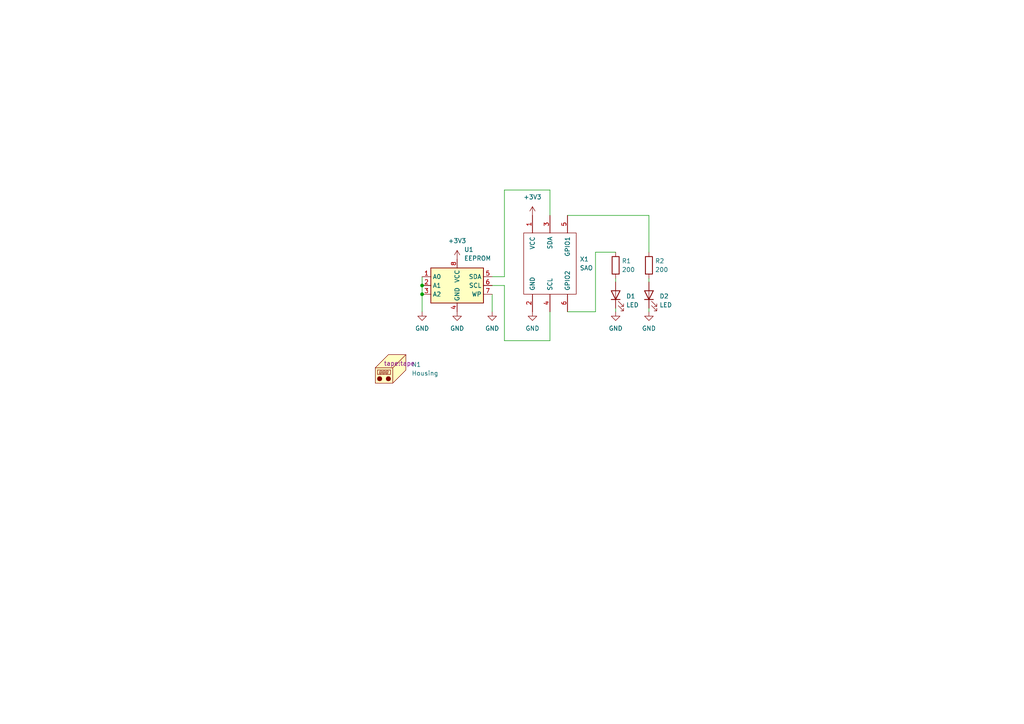
<source format=kicad_sch>
(kicad_sch (version 20211123) (generator eeschema)
  (paper "A4")
  (lib_symbols
    (symbol "Device:LED" (pin_numbers hide) (pin_names (offset 1.016) hide)
      (property "Reference" "D" (at 0 2.54 0))
      (property "Value" "LED" (at 0 -2.54 0))
      (symbol "LED_0_1"
        (polyline (pts (xy -1.27 -1.27) (xy -1.27 1.27)) (stroke (width 0.254)))
        (polyline (pts (xy -1.27 0) (xy 1.27 0)))
        (polyline (pts (xy 1.27 -1.27) (xy 1.27 1.27) (xy -1.27 0) (xy 1.27 -1.27)) (stroke (width 0.254)))
        (polyline (pts (xy -3.048 -0.762) (xy -4.572 -2.286) (xy -3.81 -2.286) (xy -4.572 -2.286) (xy -4.572 -1.524)))
        (polyline (pts (xy -1.778 -0.762) (xy -3.302 -2.286) (xy -2.54 -2.286) (xy -3.302 -2.286) (xy -3.302 -1.524)))
      )
      (symbol "LED_1_1"
        (pin passive line (at -3.81 0 0) (length 2.54) (name "K") (number "1"))
        (pin passive line (at 3.81 0 180) (length 2.54) (name "A") (number "2"))
      )
    )
    (symbol "Device:R" (pin_numbers hide) (pin_names (offset 0))
      (property "Reference" "R" (at 2.032 0 90))
      (property "Value" "R" (at 0 0 90))
      (symbol "R_0_1"
        (rectangle (start -1.016 -2.54) (end 1.016 2.54) (stroke (width 0.254)))
      )
      (symbol "R_1_1"
        (pin passive line (at 0 3.81 270) (length 1.27) (name "~") (number "1"))
        (pin passive line (at 0 -3.81 90) (length 1.27) (name "~") (number "2"))
      )
    )
    (symbol "Mechanical:Housing" (pin_names (offset 1.016))
      (property "Reference" "N" (at 3.81 0 0))
      (property "Value" "Housing" (at 3.81 -1.905 0))
      (symbol "Housing_0_1"
        (rectangle (start -5.08 -0.635) (end -1.27 -1.905))
        (circle (center -4.445 -3.175) (radius 0.635) (fill (type outline)))
        (circle (center -1.905 -3.175) (radius 0.635) (fill (type outline)))
        (polyline (pts (xy -4.5212 -1.5748) (xy -4.4704 -1.3716)))
        (polyline (pts (xy -4.4196 -1.6764) (xy -4.064 -1.6764)))
        (polyline (pts (xy -4.4196 -1.2192) (xy -4.3688 -0.9652)))
        (polyline (pts (xy -4.318 -1.3208) (xy -4.0132 -1.3208)))
        (polyline (pts (xy -4.2164 -0.9144) (xy -3.9116 -0.9144)))
        (polyline (pts (xy -3.9116 -1.6256) (xy -3.8608 -1.3716)))
        (polyline (pts (xy -3.81 -1.2192) (xy -3.7592 -0.9652)))
        (polyline (pts (xy -3.6068 -1.5748) (xy -3.556 -1.3716)))
        (polyline (pts (xy -3.5052 -1.6764) (xy -3.1496 -1.6764)))
        (polyline (pts (xy -3.5052 -1.2192) (xy -3.4544 -0.9652)))
        (polyline (pts (xy -3.4036 -1.3208) (xy -3.0988 -1.3208)))
        (polyline (pts (xy -3.302 -0.9144) (xy -2.9972 -0.9144)))
        (polyline (pts (xy -2.9972 -1.6256) (xy -2.9464 -1.3716)))
        (polyline (pts (xy -2.8956 -1.2192) (xy -2.8448 -0.9652)))
        (polyline (pts (xy -2.6924 -1.5748) (xy -2.6416 -1.3716)))
        (polyline (pts (xy -2.5908 -1.6764) (xy -2.2352 -1.6764)))
        (polyline (pts (xy -2.5908 -1.2192) (xy -2.54 -0.9652)))
        (polyline (pts (xy -2.4892 -1.3208) (xy -2.1844 -1.3208)))
        (polyline (pts (xy -2.3876 -0.9144) (xy -2.0828 -0.9144)))
        (polyline (pts (xy -2.0828 -1.6256) (xy -2.032 -1.3716)))
        (polyline (pts (xy -1.9812 -1.2192) (xy -1.9304 -0.9652)))
        (polyline (pts (xy -0.635 0) (xy -0.635 -4.445)))
        (polyline (pts (xy -5.715 0) (xy -0.635 0) (xy 3.175 3.81)))
        (polyline (pts (xy -5.715 0) (xy -5.715 -4.445) (xy -0.635 -4.445) (xy 3.175 -0.635) (xy 3.175 3.81) (xy -1.905 3.81) (xy -5.715 0)) (fill (type background)))
      )
    )
    (symbol "Memory_EEPROM:AT24CS64-SSHM"
      (property "Reference" "U" (at -7.62 6.35 0))
      (property "Value" "AT24CS64-SSHM" (at 2.54 -6.35 0))
      (symbol "AT24CS64-SSHM_1_1"
        (rectangle (start -7.62 5.08) (end 7.62 -5.08) (stroke (width 0.254)) (fill (type background)))
        (pin input line (at -10.16 2.54 0) (length 2.54) (name "A0") (number "1"))
        (pin input line (at -10.16 0 0) (length 2.54) (name "A1") (number "2"))
        (pin input line (at -10.16 -2.54 0) (length 2.54) (name "A2") (number "3"))
        (pin power_in line (at 0 -7.62 90) (length 2.54) (name "GND") (number "4"))
        (pin bidirectional line (at 10.16 2.54 180) (length 2.54) (name "SDA") (number "5"))
        (pin input line (at 10.16 0 180) (length 2.54) (name "SCL") (number "6"))
        (pin input line (at 10.16 -2.54 180) (length 2.54) (name "WP") (number "7"))
        (pin power_in line (at 0 7.62 270) (length 2.54) (name "VCC") (number "8"))
      )
    )
    (symbol "badgelife_shitty_addon_v169bis:Badgelife_sao_connector_v169bis" (pin_names (offset 1.016))
      (property "Reference" "X" (at 0 0 0))
      (property "Value" "Badgelife_sao_connector_v169bis" (at 0 20.32 0))
      (symbol "Badgelife_sao_connector_v169bis_0_1"
        (rectangle (start -7.62 8.89) (end 7.62 -8.89))
      )
      (symbol "Badgelife_sao_connector_v169bis_1_1"
        (pin input line (at -5.08 13.97 270) (length 5.08) (name "VCC") (number "1"))
        (pin input line (at -5.08 -13.97 90) (length 5.08) (name "GND") (number "2"))
        (pin input line (at 0 13.97 270) (length 5.08) (name "SDA") (number "3"))
        (pin input line (at 0 -13.97 90) (length 5.08) (name "SCL") (number "4"))
        (pin input line (at 5.08 13.97 270) (length 5.08) (name "GPIO1") (number "5"))
        (pin input line (at 5.08 -13.97 90) (length 5.08) (name "GPIO2") (number "6"))
      )
    )
    (symbol "power:+3.3V" (power) (pin_names (offset 0))
      (property "Value" "+3.3V" (at 0 3.556 0))
      (symbol "+3.3V_0_1"
        (polyline (pts (xy -0.762 1.27) (xy 0 2.54)))
        (polyline (pts (xy 0 0) (xy 0 2.54)))
        (polyline (pts (xy 0 2.54) (xy 0.762 1.27)))
      )
      (symbol "+3.3V_1_1"
        (pin power_in line (at 0 0 90) (length 0) hide (name "+3V3") (number "1"))
      )
    )
    (symbol "power:GND" (power) (pin_names (offset 0))
      (property "Value" "GND" (at 0 -3.81 0))
      (symbol "GND_0_1"
        (polyline (pts (xy 0 0) (xy 0 -1.27) (xy 1.27 -1.27) (xy 0 -2.54) (xy -1.27 -1.27) (xy 0 -1.27)))
      )
      (symbol "GND_1_1"
        (pin power_in line (at 0 0 270) (length 0) hide (name "GND") (number "1"))
      )
    )
  )
  (junction (at 122.428 85.344))
  (junction (at 122.428 82.804))
  (wire (pts (xy 142.748 85.344) (xy 142.748 90.424)))
  (wire (pts (xy 146.304 80.264) (xy 146.304 55.118)))
  (wire (pts (xy 159.512 55.118) (xy 159.512 62.484)))
  (wire (pts (xy 122.428 80.264) (xy 122.428 82.804)))
  (wire (pts (xy 146.304 98.806) (xy 146.304 82.804)))
  (wire (pts (xy 188.214 62.484) (xy 188.214 73.152)))
  (wire (pts (xy 172.72 90.424) (xy 164.592 90.424)))
  (wire (pts (xy 188.214 89.408) (xy 188.214 90.424)))
  (wire (pts (xy 159.512 98.806) (xy 146.304 98.806)))
  (wire (pts (xy 146.304 82.804) (xy 142.748 82.804)))
  (wire (pts (xy 178.562 80.772) (xy 178.562 81.788)))
  (wire (pts (xy 142.748 80.264) (xy 146.304 80.264)))
  (wire (pts (xy 178.562 73.152) (xy 172.72 73.152)))
  (wire (pts (xy 122.428 85.344) (xy 122.428 90.424)))
  (wire (pts (xy 159.512 90.424) (xy 159.512 98.806)))
  (wire (pts (xy 146.304 55.118) (xy 159.512 55.118)))
  (wire (pts (xy 164.592 62.484) (xy 188.214 62.484)))
  (wire (pts (xy 172.72 73.152) (xy 172.72 90.424)))
  (wire (pts (xy 188.214 80.772) (xy 188.214 81.788)))
  (wire (pts (xy 122.428 82.804) (xy 122.428 85.344)))
  (wire (pts (xy 178.562 89.408) (xy 178.562 90.424)))
  (symbol (lib_id "power:GND") (at 188.214 90.424 0) (unit 1)
    (property "Reference" "#PWR0107" (effects hide))
    (property "Value" "GND" (at 188.214 95.25 0))
  )
  (symbol (lib_id "badgelife_shitty_addon_v169bis:Badgelife_sao_connector_v169bis") (at 159.512 76.454 0) (unit 1)
    (property "Reference" "X1" (at 168.148 75.1839 0) (effects (justify left)))
    (property "Value" "SAO" (at 168.148 77.7239 0) (effects (justify left)))
    (property "Footprint" "badgelife_sao_v169bis:Badgelife-SAOv169-SAO-2x3" (effects hide))
  )
  (symbol (lib_id "Device:R") (at 178.562 76.962 0) (unit 1)
    (property "Reference" "R1" (at 180.34 75.6919 0) (effects (justify left)))
    (property "Value" "200" (at 180.34 78.2319 0) (effects (justify left)))
    (property "Footprint" "Resistor_SMD:R_0805_2012Metric_Pad1.20x1.40mm_HandSolder" (effects hide))
  )
  (symbol (lib_id "power:GND") (at 122.428 90.424 0) (unit 1)
    (property "Reference" "#PWR0103" (effects hide))
    (property "Value" "GND" (at 122.428 95.25 0))
  )
  (symbol (lib_id "Device:LED") (at 178.562 85.598 90) (unit 1)
    (property "Reference" "D1" (at 181.61 85.9154 90) (effects (justify right)))
    (property "Value" "LED" (at 181.61 88.4554 90) (effects (justify right)))
    (property "Footprint" "LED_SMD:LED_0805_2012Metric_Pad1.15x1.40mm_HandSolder" (effects hide))
  )
  (symbol (lib_id "power:GND") (at 178.562 90.424 0) (unit 1)
    (property "Reference" "#PWR0108" (effects hide))
    (property "Value" "GND" (at 178.562 95.25 0))
  )
  (symbol (lib_id "Memory_EEPROM:AT24CS64-SSHM") (at 132.588 82.804 0) (unit 1)
    (property "Reference" "U1" (at 134.6074 72.39 0) (effects (justify left)))
    (property "Value" "EEPROM" (at 134.6074 74.93 0) (effects (justify left)))
    (property "Footprint" "Package_SO:SOIC-8_3.9x4.9mm_P1.27mm" (effects hide))
    (property "Datasheet" "http://ww1.microchip.com/downloads/en/DeviceDoc/Atmel-8870-SEEPROM-AT24CS64-Datasheet.pdf" (effects hide))
  )
  (symbol (lib_id "Mechanical:Housing") (at 114.554 106.68 0) (unit 1)
    (property "Reference" "N1" (at 119.38 105.7274 0) (effects (justify left)))
    (property "Value" "Housing" (at 119.38 108.2674 0) (effects (justify left)))
    (property "Footprint" "tape:tape" (at 115.824 105.41 0))
  )
  (symbol (lib_id "power:GND") (at 154.432 90.424 0) (unit 1)
    (property "Reference" "#PWR0105" (effects hide))
    (property "Value" "GND" (at 154.432 95.25 0))
  )
  (symbol (lib_id "power:GND") (at 132.588 90.424 0) (unit 1)
    (property "Reference" "#PWR0102" (effects hide))
    (property "Value" "GND" (at 132.588 95.25 0))
  )
  (symbol (lib_id "power:+3.3V") (at 154.432 62.484 0) (unit 1)
    (property "Reference" "#PWR0101" (effects hide))
    (property "Value" "+3.3V" (at 154.432 57.15 0))
  )
  (symbol (lib_id "Device:R") (at 188.214 76.962 0) (unit 1)
    (property "Reference" "R2" (at 189.992 75.6919 0) (effects (justify left)))
    (property "Value" "200" (at 189.992 78.2319 0) (effects (justify left)))
    (property "Footprint" "Resistor_SMD:R_0805_2012Metric_Pad1.20x1.40mm_HandSolder" (effects hide))
  )
  (symbol (lib_id "Device:LED") (at 188.214 85.598 90) (unit 1)
    (property "Reference" "D2" (at 191.262 85.9154 90) (effects (justify right)))
    (property "Value" "LED" (at 191.262 88.4554 90) (effects (justify right)))
    (property "Footprint" "LED_SMD:LED_0805_2012Metric_Pad1.15x1.40mm_HandSolder" (effects hide))
  )
  (symbol (lib_id "power:GND") (at 142.748 90.424 0) (unit 1)
    (property "Reference" "#PWR0106" (effects hide))
    (property "Value" "GND" (at 142.748 95.25 0))
  )
  (symbol (lib_id "power:+3.3V") (at 132.588 75.184 0) (unit 1)
    (property "Reference" "#PWR0104" (effects hide))
    (property "Value" "+3.3V" (at 132.588 69.85 0))
  )
)
</source>
